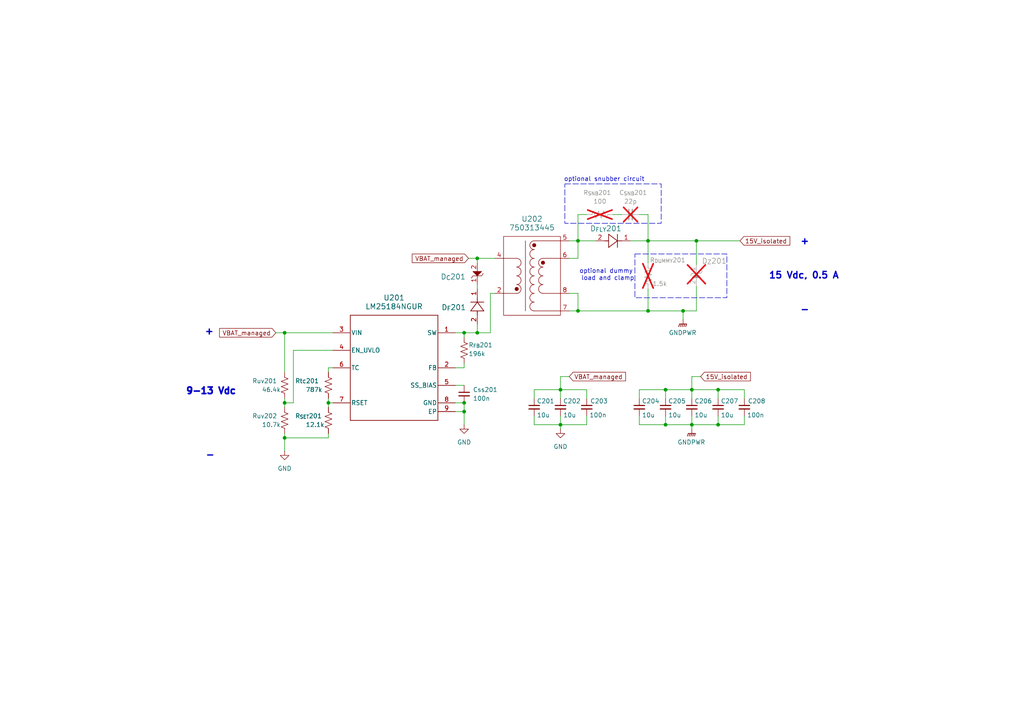
<source format=kicad_sch>
(kicad_sch (version 20231120) (generator "eeschema") (generator_version "8.0")
  (paper "A4")
  (lib_symbols
    (symbol "Device:C_Small" (pin_numbers hide) (pin_names (offset 0.254) hide)
      (property "Reference" "C" (at 0.254 1.778 0))
      (property "Value" "C_Small" (at 0.254 -2.032 0))
      (symbol "C_Small_0_1"
        (polyline (pts (xy -1.524 -0.508) (xy 1.524 -0.508)) (stroke (width 0.3302)))
        (polyline (pts (xy -1.524 0.508) (xy 1.524 0.508)) (stroke (width 0.3048)))
      )
      (symbol "C_Small_1_1"
        (pin passive line (at 0 2.54 270) (length 2.032) (name "~") (number "1"))
        (pin passive line (at 0 -2.54 90) (length 2.032) (name "~") (number "2"))
      )
    )
    (symbol "Device:R_US" (pin_numbers hide) (pin_names (offset 0))
      (property "Reference" "R" (at 2.54 0 90))
      (property "Value" "R_US" (at -2.54 0 90))
      (symbol "R_US_0_1"
        (polyline (pts (xy 0 -2.286) (xy 0 -2.54)))
        (polyline (pts (xy 0 2.286) (xy 0 2.54)))
        (polyline (pts (xy 0 -0.762) (xy 1.016 -1.143) (xy 0 -1.524) (xy -1.016 -1.905) (xy 0 -2.286)))
        (polyline (pts (xy 0 0.762) (xy 1.016 0.381) (xy 0 0) (xy -1.016 -0.381) (xy 0 -0.762)))
        (polyline (pts (xy 0 2.286) (xy 1.016 1.905) (xy 0 1.524) (xy -1.016 1.143) (xy 0 0.762)))
      )
      (symbol "R_US_1_1"
        (pin passive line (at 0 3.81 270) (length 1.27) (name "~") (number "1"))
        (pin passive line (at 0 -3.81 90) (length 1.27) (name "~") (number "2"))
      )
    )
    (symbol "dc_to_dc_LM25184NGUR:LM25184NGUR" (pin_names (offset 0.254))
      (property "Reference" "U" (at 17.78 9.398 0))
      (property "Value" "LM25184NGUR" (at 17.78 6.858 0))
      (symbol "LM25184NGUR_0_1"
        (polyline (pts (xy 5.08 -25.4) (xy 30.48 -25.4)) (stroke (width 0.2032)))
        (polyline (pts (xy 5.08 5.08) (xy 5.08 -25.4)) (stroke (width 0.2032)))
        (polyline (pts (xy 30.48 -25.4) (xy 30.48 5.08)) (stroke (width 0.2032)))
        (polyline (pts (xy 30.48 5.08) (xy 5.08 5.08)) (stroke (width 0.2032)))
        (pin unspecified line (at 35.56 -10.16 180) (length 5.08) (name "FB") (number "2"))
        (pin power_in line (at 0 0 0) (length 5.08) (name "VIN") (number "3"))
        (pin input line (at 0 -5.08 0) (length 5.08) (name "EN_UVLO") (number "4"))
        (pin unspecified line (at 35.56 -15.24 180) (length 5.08) (name "SS_BIAS") (number "5"))
        (pin unspecified line (at 0 -10.16 0) (length 5.08) (name "TC") (number "6"))
        (pin unspecified line (at 0 -20.32 0) (length 5.08) (name "RSET") (number "7"))
        (pin power_in line (at 35.56 -20.32 180) (length 5.08) (name "GND") (number "8"))
        (pin unspecified line (at 35.56 -22.86 180) (length 5.08) (name "EP") (number "9"))
      )
      (symbol "LM25184NGUR_1_1"
        (pin power_out line (at 35.56 0 180) (length 5.08) (name "SW") (number "1"))
      )
    )
    (symbol "power:GND" (power) (pin_numbers hide) (pin_names (offset 0) hide)
      (property "Value" "GND" (at 0 -3.81 0))
      (symbol "GND_0_1"
        (polyline (pts (xy 0 0) (xy 0 -1.27) (xy 1.27 -1.27) (xy 0 -2.54) (xy -1.27 -1.27) (xy 0 -1.27)))
      )
      (symbol "GND_1_1"
        (pin power_in line (at 0 0 270) (length 0) (name "~") (number "1"))
      )
    )
    (symbol "power:GNDPWR" (power) (pin_numbers hide) (pin_names (offset 0) hide)
      (property "Value" "GNDPWR" (at 0 -3.302 0))
      (symbol "GNDPWR_0_1"
        (polyline (pts (xy 0 -1.27) (xy 0 0)))
        (polyline (pts (xy -1.016 -1.27) (xy -1.27 -2.032) (xy -1.27 -2.032)) (stroke (width 0.2032)))
        (polyline (pts (xy -0.508 -1.27) (xy -0.762 -2.032) (xy -0.762 -2.032)) (stroke (width 0.2032)))
        (polyline (pts (xy 0 -1.27) (xy -0.254 -2.032) (xy -0.254 -2.032)) (stroke (width 0.2032)))
        (polyline (pts (xy 0.508 -1.27) (xy 0.254 -2.032) (xy 0.254 -2.032)) (stroke (width 0.2032)))
        (polyline (pts (xy 1.016 -1.27) (xy -1.016 -1.27) (xy -1.016 -1.27)) (stroke (width 0.2032)))
        (polyline (pts (xy 1.016 -1.27) (xy 0.762 -2.032) (xy 0.762 -2.032) (xy 0.762 -2.032)) (stroke (width 0.2032)))
      )
      (symbol "GNDPWR_1_1"
        (pin power_in line (at 0 0 270) (length 0) (name "~") (number "1"))
      )
    )
    (symbol "schottky_SK510A-LTP:SK510A-LTP" (pin_names (offset 0.254))
      (property "Reference" "CR" (at 5.08 4.445 0))
      (property "Value" "SK510A-LTP" (at 5.08 -3.81 0))
      (symbol "SK510A-LTP_1_1"
        (polyline (pts (xy 2.54 0) (xy 3.4798 0)) (stroke (width 0.2032)))
        (polyline (pts (xy 3.175 0) (xy 3.81 0)) (stroke (width 0.2032)))
        (polyline (pts (xy 3.81 -1.905) (xy 6.35 0)) (stroke (width 0.2032)))
        (polyline (pts (xy 3.81 1.905) (xy 3.81 -1.905)) (stroke (width 0.2032)))
        (polyline (pts (xy 6.35 -1.905) (xy 6.35 1.905)) (stroke (width 0.2032)))
        (polyline (pts (xy 6.35 0) (xy 3.81 1.905)) (stroke (width 0.2032)))
        (polyline (pts (xy 6.35 0) (xy 7.62 0)) (stroke (width 0.2032)))
        (pin unspecified line (at 10.16 0 180) (length 2.54) (name "") (number "1"))
        (pin unspecified line (at 0 0 0) (length 2.54) (name "") (number "2"))
      )
      (symbol "SK510A-LTP_1_2"
        (polyline (pts (xy -1.905 3.81) (xy 1.905 3.81)) (stroke (width 0.2032)))
        (polyline (pts (xy 0 2.54) (xy 0 3.4798)) (stroke (width 0.2032)))
        (polyline (pts (xy 0 3.175) (xy 0 3.81)) (stroke (width 0.2032)))
        (polyline (pts (xy 0 6.35) (xy -1.905 3.81)) (stroke (width 0.2032)))
        (polyline (pts (xy 0 6.35) (xy 0 7.62)) (stroke (width 0.2032)))
        (polyline (pts (xy 1.905 3.81) (xy 0 6.35)) (stroke (width 0.2032)))
        (polyline (pts (xy 1.905 6.35) (xy -1.905 6.35)) (stroke (width 0.2032)))
        (pin unspecified line (at 0 10.16 270) (length 2.54) (name "") (number "1"))
        (pin unspecified line (at 0 0 90) (length 2.54) (name "") (number "2"))
      )
    )
    (symbol "transformer_750313445:750313445" (pin_names (offset 0.254))
      (property "Reference" "U" (at 10.922 10.668 0))
      (property "Value" "750313445" (at 10.922 8.128 0))
      (symbol "750313445_0_1"
        (polyline (pts (xy 8.89 5.08) (xy 8.89 -15.24)))
        (arc (start 6.35 -10.16) (mid 7.62 -8.89) (end 6.35 -7.62))
        (arc (start 6.35 -7.62) (mid 7.62 -6.35) (end 6.35 -5.08))
        (arc (start 6.35 -5.08) (mid 7.62 -3.81) (end 6.35 -2.54))
        (arc (start 6.35 -2.54) (mid 7.62 -1.27) (end 6.35 0))
        (arc (start 11.43 -12.7) (mid 10.16 -13.97) (end 11.43 -15.24))
        (arc (start 11.43 -10.16) (mid 10.16 -11.43) (end 11.43 -12.7))
        (arc (start 11.43 -7.62) (mid 10.16 -8.89) (end 11.43 -10.16))
        (arc (start 11.43 -5.08) (mid 10.16 -6.35) (end 11.43 -7.62))
        (arc (start 11.43 -2.54) (mid 10.16 -3.81) (end 11.43 -5.08))
        (arc (start 11.43 0) (mid 10.16 -1.27) (end 11.43 -2.54))
        (arc (start 11.43 2.54) (mid 10.16 1.27) (end 11.43 0))
        (arc (start 11.43 5.08) (mid 10.16 3.81) (end 11.43 2.54))
        (arc (start 13.97 -7.62) (mid 12.7 -8.89) (end 13.97 -10.16))
        (arc (start 13.97 -5.08) (mid 12.7 -6.35) (end 13.97 -7.62))
        (arc (start 13.97 -2.54) (mid 12.7 -3.81) (end 13.97 -5.08))
        (arc (start 13.97 0) (mid 12.7 -1.27) (end 13.97 -2.54))
      )
      (symbol "750313445_1_1"
        (polyline (pts (xy 6.35 -10.16) (xy 2.54 -10.16)))
        (polyline (pts (xy 6.35 0) (xy 2.54 0)))
        (polyline (pts (xy 11.43 -15.24) (xy 19.05 -15.24)))
        (polyline (pts (xy 11.43 5.08) (xy 19.05 5.08)))
        (polyline (pts (xy 13.97 -10.16) (xy 19.05 -10.16)))
        (polyline (pts (xy 13.97 0) (xy 19.05 0)))
        (rectangle (start 2.54 6.35) (end 19.05 -16.51))
        (circle (center 6.35 -8.89) (radius 0.4945) (fill (type outline)))
        (circle (center 11.43 3.81) (radius 0.4945) (fill (type outline)))
        (circle (center 13.97 -1.27) (radius 0.4945) (fill (type outline)))
        (pin no_connect line (at 0 3.81 0) (length 2.54) hide (name "") (number "1"))
        (pin bidirectional line (at 0 -10.16 0) (length 2.54) (name "") (number "2"))
        (pin no_connect line (at 0 -5.08 0) (length 2.54) hide (name "") (number "3"))
        (pin bidirectional line (at 0 0 0) (length 2.54) (name "") (number "4"))
        (pin passive line (at 21.59 5.08 180) (length 2.54) (name "") (number "5"))
        (pin passive line (at 21.59 0 180) (length 2.54) (name "") (number "6"))
        (pin passive line (at 21.59 -15.24 180) (length 2.54) (name "") (number "7"))
        (pin passive line (at 21.59 -10.16 180) (length 2.54) (name "") (number "8"))
      )
    )
    (symbol "zener_PDZVTR9.1B:PDZVTR9.1B" (pin_names (offset 0.254))
      (property "Reference" "D" (at 3.302 3.556 0))
      (symbol "PDZVTR9.1B_1_1"
        (polyline (pts (xy 2.54 0) (xy 2.54 -1.27) (xy 3.2191 -1.7129)))
        (polyline (pts (xy 2.54 0) (xy 2.54 1.27) (xy 1.8609 1.7129)))
        (polyline (pts (xy 2.54 0) (xy 3.81 1.27) (xy 3.81 -1.27) (xy 2.54 0)) (fill (type outline)))
        (pin passive line (at 0 0 0) (length 2.54) (name "") (number "1"))
        (pin passive line (at 6.35 0 180) (length 2.54) (name "") (number "2"))
      )
    )
  )
  (junction (at 208.28 123.19))
  (junction (at 82.55 127))
  (junction (at 201.9899 69.85))
  (junction (at 82.55 96.52))
  (junction (at 167.64 90.17))
  (junction (at 187.96 90.17))
  (junction (at 198.12 90.17))
  (junction (at 200.66 113.03))
  (junction (at 134.62 119.38))
  (junction (at 208.28 113.03))
  (junction (at 193.04 123.19))
  (junction (at 138.43 96.52))
  (junction (at 162.56 113.03))
  (junction (at 200.66 123.19))
  (junction (at 193.04 113.03))
  (junction (at 95.25 116.84))
  (junction (at 167.64 69.85))
  (junction (at 162.56 123.19))
  (junction (at 138.43 74.93))
  (junction (at 82.55 116.84))
  (junction (at 134.62 116.84))
  (junction (at 134.62 96.52))
  (junction (at 187.96 69.85))
  (wire (pts (xy 134.62 97.79) (xy 134.62 96.52)))
  (wire (pts (xy 82.55 127) (xy 95.25 127)))
  (wire (pts (xy 200.66 113.03) (xy 208.28 113.03)))
  (wire (pts (xy 138.43 96.52) (xy 142.24 96.52)))
  (wire (pts (xy 138.43 82.55) (xy 138.43 83.82)))
  (wire (pts (xy 162.56 113.03) (xy 162.56 115.57)))
  (wire (pts (xy 165.1 74.93) (xy 167.64 74.93)))
  (wire (pts (xy 162.56 123.19) (xy 154.94 123.19)))
  (wire (pts (xy 162.56 123.19) (xy 170.18 123.19)))
  (wire (pts (xy 134.62 106.68) (xy 134.62 105.41)))
  (wire (pts (xy 187.96 62.23) (xy 187.96 69.85)))
  (wire (pts (xy 85.09 101.6) (xy 85.09 116.84)))
  (wire (pts (xy 82.55 115.57) (xy 82.55 116.84)))
  (wire (pts (xy 200.66 109.22) (xy 200.66 113.03)))
  (wire (pts (xy 82.55 127) (xy 82.55 130.81)))
  (wire (pts (xy 193.04 113.03) (xy 200.66 113.03)))
  (wire (pts (xy 162.56 113.03) (xy 154.94 113.03)))
  (wire (pts (xy 138.43 74.93) (xy 143.51 74.93)))
  (wire (pts (xy 200.66 123.19) (xy 200.66 124.46)))
  (wire (pts (xy 96.52 116.84) (xy 95.25 116.84)))
  (wire (pts (xy 201.9899 90.17) (xy 198.12 90.17)))
  (wire (pts (xy 200.66 120.65) (xy 200.66 123.19)))
  (wire (pts (xy 96.52 106.68) (xy 95.25 106.68)))
  (wire (pts (xy 200.66 115.57) (xy 200.66 113.03)))
  (wire (pts (xy 185.42 113.03) (xy 185.42 115.57)))
  (wire (pts (xy 167.64 90.17) (xy 187.96 90.17)))
  (wire (pts (xy 134.62 119.38) (xy 134.62 123.19)))
  (wire (pts (xy 132.08 96.52) (xy 134.62 96.52)))
  (wire (pts (xy 162.56 109.22) (xy 165.1 109.22)))
  (wire (pts (xy 82.55 116.84) (xy 85.09 116.84)))
  (wire (pts (xy 132.08 106.68) (xy 134.62 106.68)))
  (wire (pts (xy 154.94 113.03) (xy 154.94 115.57)))
  (wire (pts (xy 200.66 123.19) (xy 208.28 123.19)))
  (wire (pts (xy 193.04 113.03) (xy 193.04 115.57)))
  (wire (pts (xy 177.8 62.23) (xy 180.34 62.23)))
  (wire (pts (xy 215.9 115.57) (xy 215.9 113.03)))
  (wire (pts (xy 170.18 115.57) (xy 170.18 113.03)))
  (wire (pts (xy 165.1 69.85) (xy 167.64 69.85)))
  (wire (pts (xy 138.43 93.98) (xy 138.43 96.52)))
  (wire (pts (xy 203.2 109.22) (xy 200.66 109.22)))
  (wire (pts (xy 215.9 123.19) (xy 208.28 123.19)))
  (wire (pts (xy 162.56 109.22) (xy 162.56 113.03)))
  (wire (pts (xy 82.55 96.52) (xy 82.55 107.95)))
  (wire (pts (xy 208.28 113.03) (xy 208.28 115.57)))
  (wire (pts (xy 80.01 96.52) (xy 82.55 96.52)))
  (wire (pts (xy 215.9 120.65) (xy 215.9 123.19)))
  (wire (pts (xy 132.08 111.76) (xy 134.62 111.76)))
  (wire (pts (xy 82.55 125.73) (xy 82.55 127)))
  (wire (pts (xy 134.62 96.52) (xy 138.43 96.52)))
  (wire (pts (xy 170.18 120.65) (xy 170.18 123.19)))
  (wire (pts (xy 82.55 96.52) (xy 96.52 96.52)))
  (wire (pts (xy 187.96 76.2) (xy 187.96 69.85)))
  (wire (pts (xy 135.89 74.93) (xy 138.43 74.93)))
  (wire (pts (xy 96.52 101.6) (xy 85.09 101.6)))
  (wire (pts (xy 201.9899 83.0695) (xy 201.9899 90.17)))
  (wire (pts (xy 132.08 116.84) (xy 134.62 116.84)))
  (wire (pts (xy 95.25 115.57) (xy 95.25 116.84)))
  (wire (pts (xy 154.94 123.19) (xy 154.94 120.65)))
  (wire (pts (xy 185.42 123.19) (xy 185.42 120.65)))
  (wire (pts (xy 193.04 123.19) (xy 200.66 123.19)))
  (wire (pts (xy 95.25 125.73) (xy 95.25 127)))
  (wire (pts (xy 208.28 113.03) (xy 215.9 113.03)))
  (wire (pts (xy 142.24 85.09) (xy 143.51 85.09)))
  (wire (pts (xy 167.64 69.85) (xy 167.64 74.93)))
  (wire (pts (xy 134.62 116.84) (xy 134.62 119.38)))
  (wire (pts (xy 138.43 74.93) (xy 138.43 76.2)))
  (wire (pts (xy 208.28 120.65) (xy 208.28 123.19)))
  (wire (pts (xy 182.88 69.85) (xy 187.96 69.85)))
  (wire (pts (xy 187.96 83.82) (xy 187.96 90.17)))
  (wire (pts (xy 95.25 106.68) (xy 95.25 107.95)))
  (wire (pts (xy 162.56 120.65) (xy 162.56 123.19)))
  (wire (pts (xy 165.1 90.17) (xy 167.64 90.17)))
  (wire (pts (xy 198.12 90.17) (xy 198.12 92.71)))
  (wire (pts (xy 162.56 123.19) (xy 162.56 124.46)))
  (wire (pts (xy 142.24 85.09) (xy 142.24 96.52)))
  (wire (pts (xy 167.64 85.09) (xy 167.64 90.17)))
  (wire (pts (xy 193.04 120.65) (xy 193.04 123.19)))
  (wire (pts (xy 170.18 62.23) (xy 167.64 62.23)))
  (wire (pts (xy 132.08 119.38) (xy 134.62 119.38)))
  (wire (pts (xy 167.64 62.23) (xy 167.64 69.85)))
  (wire (pts (xy 167.64 69.85) (xy 172.72 69.85)))
  (wire (pts (xy 162.56 113.03) (xy 170.18 113.03)))
  (wire (pts (xy 187.96 90.17) (xy 198.12 90.17)))
  (wire (pts (xy 82.55 116.84) (xy 82.55 118.11)))
  (wire (pts (xy 185.42 123.19) (xy 193.04 123.19)))
  (wire (pts (xy 95.25 116.84) (xy 95.25 118.11)))
  (wire (pts (xy 187.96 69.85) (xy 201.9899 69.85)))
  (wire (pts (xy 201.9899 69.85) (xy 201.9899 76.7195)))
  (wire (pts (xy 165.1 85.09) (xy 167.64 85.09)))
  (wire (pts (xy 185.42 113.03) (xy 193.04 113.03)))
  (wire (pts (xy 201.9899 69.85) (xy 214.63 69.85)))
  (wire (pts (xy 185.42 62.23) (xy 187.96 62.23)))
  (rectangle (start 184.15 73.66) (end 210.82 86.36) (stroke (width 0) (type dash)))
  (rectangle (start 163.83 53.34) (end 191.77 64.77) (stroke (width 0) (type dash)))
  (text "optional snubber circuit" (at 175.26 52.07 0) (effects (font (size 1.27 1.27))))
  (text "+" (at 233.426 70.104 0) (effects (font (size 1.905 1.905) (thickness 0.381) (bold yes))))
  (text "optional dummy \nload and clamp" (at 176.276 79.756 0) (effects (font (size 1.27 1.27))))
  (text "+" (at 60.706 96.266 0) (effects (font (size 1.905 1.905) (thickness 0.381) (bold yes))))
  (text "15 Vdc, 0.5 A" (at 233.172 80.01 0) (effects (font (size 1.905 1.905) (thickness 0.381) (bold yes))))
  (text "9-13 Vdc" (at 61.214 113.538 0) (effects (font (size 1.905 1.905) (thickness 0.508) (bold yes))))
  (text "-" (at 233.426 89.916 0) (effects (font (size 1.905 1.905) (thickness 0.381) (bold yes))))
  (text "-" (at 60.96 132.08 0) (effects (font (size 1.905 1.905) (thickness 0.381) (bold yes))))
  (global_label "15V_isolated" (shape input) (at 203.2 109.22 0) (property "Intersheetrefs" "${INTERSHEET_REFS}" (effects (hide yes))))
  (global_label "VBAT_managed" (shape input) (at 165.1 109.22 0) (property "Intersheetrefs" "${INTERSHEET_REFS}" (effects (hide yes))))
  (global_label "VBAT_managed" (shape input) (at 135.89 74.93 180) (property "Intersheetrefs" "${INTERSHEET_REFS}" (effects (hide yes))))
  (global_label "15V_isolated" (shape input) (at 214.63 69.85 0) (property "Intersheetrefs" "${INTERSHEET_REFS}" (effects (hide yes))))
  (global_label "VBAT_managed" (shape input) (at 80.01 96.52 180) (property "Intersheetrefs" "${INTERSHEET_REFS}" (effects (hide yes))))
  (symbol (lib_id "Device:R_US") (at 82.55 111.76 0) (unit 1)
    (property "Reference" "Ruv201" (at 73.152 110.49 0) (effects (justify left)))
    (property "Value" "46.4k" (at 75.946 113.03 0) (effects (justify left)))
    (property "Footprint" "Resistor_SMD:R_0402_1005Metric" (effects (hide yes)))
    (property "Description" "Resistor, US symbol" (effects (hide yes)))
  )
  (symbol (lib_id "Device:R_US") (at 173.99 62.23 90) (unit 1) (dnp yes)
    (property "Reference" "R_{SNB}201" (at 173.228 55.88 90))
    (property "Value" "100" (at 173.99 58.42 90))
    (property "Footprint" "Resistor_SMD:R_0402_1005Metric" (effects (hide yes)))
    (property "Description" "Resistor, US symbol" (effects (hide yes)))
  )
  (symbol (lib_id "zener_PDZVTR9.1B:PDZVTR9.1B") (at 201.9899 76.7195 270) (unit 1) (dnp yes)
    (property "Reference" "D_{Z}201" (at 210.82 75.692 90) (effects (font (size 1.524 1.524)) (justify right)))
    (property "Value" "PDZVTR9.1B" (effects (hide yes)))
    (property "Footprint" "zener_PDZVTR9.1B:DIO_PDZVTFT_ROM" (effects (hide yes)))
    (property "Datasheet" "PDZVTR9.1B" (effects (hide yes)))
  )
  (symbol (lib_id "Device:C_Small") (at 162.56 118.11 0) (unit 1)
    (property "Reference" "C202" (at 163.322 116.332 0) (effects (justify left)))
    (property "Value" "10u" (at 163.322 120.396 0) (effects (justify left)))
    (property "Footprint" "Capacitor_SMD:C_1206_3216Metric" (effects (hide yes)))
    (property "Description" "Unpolarized capacitor, small symbol" (effects (hide yes)))
  )
  (symbol (lib_id "power:GNDPWR") (at 200.66 124.46 0) (unit 1)
    (property "Reference" "#PWR0205" (effects (hide yes)))
    (property "Value" "GNDPWR" (at 200.533 128.27 0))
    (property "Description" "Power symbol creates a global label with name \"GNDPWR\" , global ground" (effects (hide yes)))
  )
  (symbol (lib_id "Device:C_Small") (at 215.9 118.11 0) (unit 1)
    (property "Reference" "C208" (at 216.916 116.332 0) (effects (justify left)))
    (property "Value" "100n" (at 216.662 120.396 0) (effects (justify left)))
    (property "Footprint" "Capacitor_SMD:C_0402_1005Metric" (effects (hide yes)))
    (property "Description" "Unpolarized capacitor, small symbol" (effects (hide yes)))
  )
  (symbol (lib_id "Device:C_Small") (at 193.04 118.11 0) (unit 1)
    (property "Reference" "C205" (at 193.802 116.332 0) (effects (justify left)))
    (property "Value" "10u" (at 193.802 120.396 0) (effects (justify left)))
    (property "Footprint" "Capacitor_SMD:C_1206_3216Metric" (effects (hide yes)))
    (property "Description" "Unpolarized capacitor, small symbol" (effects (hide yes)))
  )
  (symbol (lib_id "Device:R_US") (at 134.62 101.6 0) (unit 1)
    (property "Reference" "R_{FB}201" (at 135.89 100.076 0) (effects (justify left)))
    (property "Value" "196k" (at 135.89 102.616 0) (effects (justify left)))
    (property "Footprint" "Resistor_SMD:R_0402_1005Metric" (effects (hide yes)))
    (property "Description" "Resistor, US symbol" (effects (hide yes)))
  )
  (symbol (lib_id "Device:C_Small") (at 154.94 118.11 0) (unit 1)
    (property "Reference" "C201" (at 155.702 116.332 0) (effects (justify left)))
    (property "Value" "10u" (at 155.702 120.396 0) (effects (justify left)))
    (property "Footprint" "Capacitor_SMD:C_1206_3216Metric" (effects (hide yes)))
    (property "Description" "Unpolarized capacitor, small symbol" (effects (hide yes)))
  )
  (symbol (lib_id "Device:C_Small") (at 200.66 118.11 0) (unit 1)
    (property "Reference" "C206" (at 201.422 116.332 0) (effects (justify left)))
    (property "Value" "10u" (at 201.422 120.396 0) (effects (justify left)))
    (property "Footprint" "Capacitor_SMD:C_1206_3216Metric" (effects (hide yes)))
    (property "Description" "Unpolarized capacitor, small symbol" (effects (hide yes)))
  )
  (symbol (lib_id "Device:C_Small") (at 208.28 118.11 0) (unit 1)
    (property "Reference" "C207" (at 209.042 116.332 0) (effects (justify left)))
    (property "Value" "10u" (at 209.042 120.396 0) (effects (justify left)))
    (property "Footprint" "Capacitor_SMD:C_1206_3216Metric" (effects (hide yes)))
    (property "Description" "Unpolarized capacitor, small symbol" (effects (hide yes)))
  )
  (symbol (lib_id "schottky_SK510A-LTP:SK510A-LTP") (at 172.72 69.85 0) (unit 1)
    (property "Reference" "D_{FLY}201" (at 180.34 66.294 0) (effects (font (size 1.524 1.524)) (justify right)))
    (property "Value" "SK510A-LTP" (effects (hide yes)))
    (property "Footprint" "schottky_SK510A-LTP:SMADO-214AC_LEAD-FRAME_MCC" (effects (hide yes)))
    (property "Datasheet" "SK510A-LTP" (effects (hide yes)))
  )
  (symbol (lib_id "Device:R_US") (at 187.96 80.01 180) (unit 1) (dnp yes)
    (property "Reference" "R_{DUMMY}201" (at 188.468 75.438 0) (effects (justify right)))
    (property "Value" "1.5k" (at 189.23 82.296 0) (effects (justify right)))
    (property "Footprint" "Resistor_SMD:R_0402_1005Metric" (effects (hide yes)))
    (property "Description" "Resistor, US symbol" (effects (hide yes)))
  )
  (symbol (lib_id "Device:C_Small") (at 170.18 118.11 0) (unit 1)
    (property "Reference" "C203" (at 171.196 116.332 0) (effects (justify left)))
    (property "Value" "100n" (at 170.942 120.396 0) (effects (justify left)))
    (property "Footprint" "Capacitor_SMD:C_0402_1005Metric" (effects (hide yes)))
    (property "Description" "Unpolarized capacitor, small symbol" (effects (hide yes)))
  )
  (symbol (lib_id "Device:R_US") (at 95.25 111.76 0) (unit 1)
    (property "Reference" "Rtc201" (at 85.598 110.49 0) (effects (justify left)))
    (property "Value" "787k" (at 88.646 113.03 0) (effects (justify left)))
    (property "Footprint" "Resistor_SMD:R_0402_1005Metric" (effects (hide yes)))
    (property "Description" "Resistor, US symbol" (effects (hide yes)))
  )
  (symbol (lib_id "power:GNDPWR") (at 198.12 92.71 0) (unit 1)
    (property "Reference" "#PWR0204" (effects (hide yes)))
    (property "Value" "GNDPWR" (at 197.993 96.52 0))
    (property "Description" "Power symbol creates a global label with name \"GNDPWR\" , global ground" (effects (hide yes)))
  )
  (symbol (lib_id "Device:C_Small") (at 182.88 62.23 90) (unit 1) (dnp yes)
    (property "Reference" "C_{SNB}201" (at 183.642 55.88 90))
    (property "Value" "22p" (at 182.88 58.42 90))
    (property "Footprint" "Capacitor_SMD:C_0402_1005Metric" (effects (hide yes)))
    (property "Description" "Unpolarized capacitor, small symbol" (effects (hide yes)))
  )
  (symbol (lib_id "Device:R_US") (at 95.25 121.92 0) (unit 1)
    (property "Reference" "R_{SET}201" (at 85.598 120.65 0) (effects (justify left)))
    (property "Value" "12.1k" (at 88.646 123.19 0) (effects (justify left)))
    (property "Footprint" "Resistor_SMD:R_0402_1005Metric" (effects (hide yes)))
    (property "Description" "Resistor, US symbol" (effects (hide yes)))
  )
  (symbol (lib_id "schottky_SK510A-LTP:SK510A-LTP") (at 138.43 93.98 90) (unit 1)
    (property "Reference" "D_{F}201" (at 128.016 89.154 90) (effects (font (size 1.524 1.524)) (justify right)))
    (property "Value" "SK510A-LTP" (effects (hide yes)))
    (property "Footprint" "schottky_SK510A-LTP:SMADO-214AC_LEAD-FRAME_MCC" (effects (hide yes)))
    (property "Datasheet" "SK510A-LTP" (effects (hide yes)))
  )
  (symbol (lib_id "power:GND") (at 162.56 124.46 0) (unit 1)
    (property "Reference" "#PWR0203" (effects (hide yes)))
    (property "Value" "GND" (at 162.56 129.54 0))
    (property "Description" "Power symbol creates a global label with name \"GND\" , ground" (effects (hide yes)))
  )
  (symbol (lib_id "power:GND") (at 134.62 123.19 0) (unit 1)
    (property "Reference" "#PWR0202" (effects (hide yes)))
    (property "Value" "GND" (at 134.62 128.27 0))
    (property "Description" "Power symbol creates a global label with name \"GND\" , ground" (effects (hide yes)))
  )
  (symbol (lib_id "Device:R_US") (at 82.55 121.92 0) (unit 1)
    (property "Reference" "Ruv202" (at 73.152 120.65 0) (effects (justify left)))
    (property "Value" "10.7k" (at 75.946 123.19 0) (effects (justify left)))
    (property "Footprint" "Resistor_SMD:R_0402_1005Metric" (effects (hide yes)))
    (property "Description" "Resistor, US symbol" (effects (hide yes)))
  )
  (symbol (lib_id "zener_PDZVTR9.1B:PDZVTR9.1B") (at 138.43 82.55 90) (unit 1)
    (property "Reference" "D_{C}201" (at 127.762 80.264 90) (effects (font (size 1.524 1.524)) (justify right)))
    (property "Value" "PDZVTR9.1B" (effects (hide yes)))
    (property "Footprint" "zener_PDZVTR9.1B:DIO_PDZVTFT_ROM" (effects (hide yes)))
    (property "Datasheet" "PDZVTR9.1B" (effects (hide yes)))
  )
  (symbol (lib_id "Device:C_Small") (at 134.62 114.3 0) (unit 1)
    (property "Reference" "Css201" (at 137.16 113.0362 0) (effects (justify left)))
    (property "Value" "100n" (at 137.16 115.5762 0) (effects (justify left)))
    (property "Footprint" "Capacitor_SMD:C_0402_1005Metric" (effects (hide yes)))
    (property "Description" "Unpolarized capacitor, small symbol" (effects (hide yes)))
  )
  (symbol (lib_id "transformer_750313445:750313445") (at 143.51 74.93 0) (unit 1)
    (property "Reference" "U202" (at 154.305 63.5 0) (effects (font (size 1.524 1.524))))
    (property "Value" "750313445" (at 154.305 66.04 0) (effects (font (size 1.524 1.524))))
    (property "Footprint" "transformer_750313445:SOIC_13445_WRE" (effects (hide yes)))
    (property "Datasheet" "750313445" (effects (hide yes)))
  )
  (symbol (lib_id "Device:C_Small") (at 185.42 118.11 0) (unit 1)
    (property "Reference" "C204" (at 186.182 116.332 0) (effects (justify left)))
    (property "Value" "10u" (at 186.182 120.396 0) (effects (justify left)))
    (property "Footprint" "Capacitor_SMD:C_1206_3216Metric" (effects (hide yes)))
    (property "Description" "Unpolarized capacitor, small symbol" (effects (hide yes)))
  )
  (symbol (lib_id "power:GND") (at 82.55 130.81 0) (unit 1)
    (property "Reference" "#PWR0201" (effects (hide yes)))
    (property "Value" "GND" (at 82.55 135.89 0))
    (property "Description" "Power symbol creates a global label with name \"GND\" , ground" (effects (hide yes)))
  )
  (symbol (lib_id "dc_to_dc_LM25184NGUR:LM25184NGUR") (at 96.52 96.52 0) (unit 1)
    (property "Reference" "U201" (at 114.3 86.36 0) (effects (font (size 1.524 1.524))))
    (property "Value" "LM25184NGUR" (at 114.3 88.9 0) (effects (font (size 1.524 1.524))))
    (property "Footprint" "dc_to_dc_LM25184NGUR:NGU0008C-IPC_A" (effects (hide yes)))
    (property "Datasheet" "LM25184NGUR" (effects (hide yes)))
  )
)
</source>
